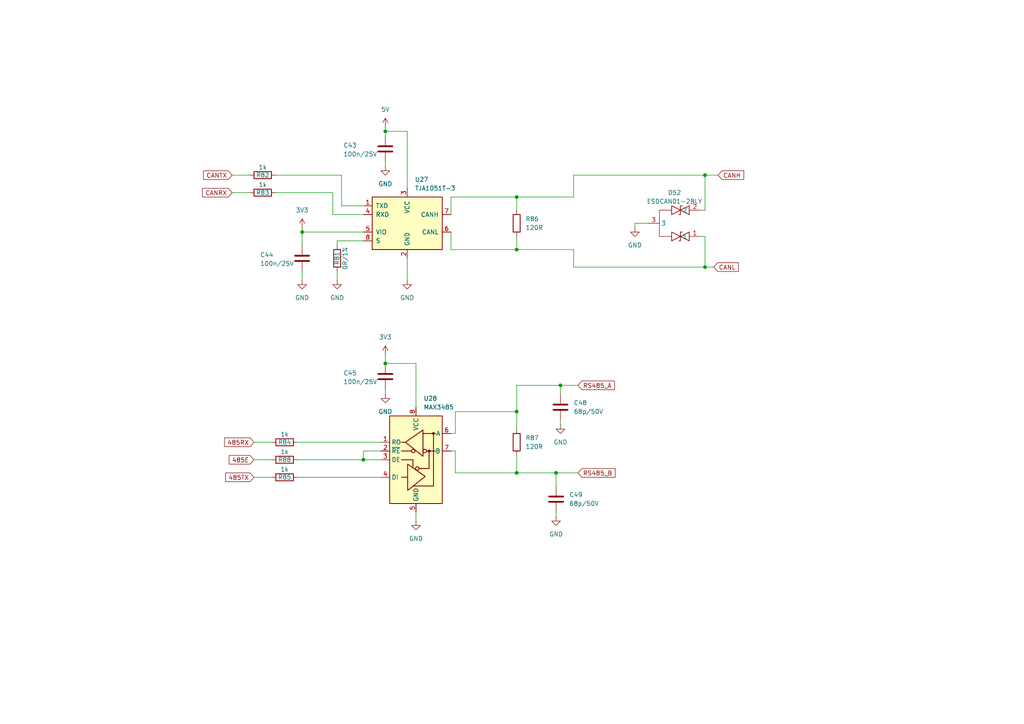
<source format=kicad_sch>
(kicad_sch (version 20250114) (generator "eeschema") (generator_version "9.0")
  (paper "A4")
  (lib_symbols
    (symbol "Device:C" (pin_numbers (hide yes)) (pin_names (offset 0.254))
      (property "Reference" "C" (at 0.635 2.54 0))
      (property "Value" "C" (at 0.635 -2.54 0))
      (symbol "C_0_1"
        (polyline (pts (xy -2.032 0.762) (xy 2.032 0.762)) (stroke (width 0.508)))
        (polyline (pts (xy -2.032 -0.762) (xy 2.032 -0.762)) (stroke (width 0.508)))
      )
      (symbol "C_1_1"
        (pin passive line (at 0 3.81 270) (length 2.794) (name "~") (number "1"))
        (pin passive line (at 0 -3.81 90) (length 2.794) (name "~") (number "2"))
      )
    )
    (symbol "Device:R" (pin_numbers (hide yes)) (pin_names (offset 0))
      (property "Reference" "R" (at 2.032 0 90))
      (property "Value" "R" (at 0 0 90))
      (symbol "R_0_1"
        (rectangle (start -1.016 -2.54) (end 1.016 2.54) (stroke (width 0.254)))
      )
      (symbol "R_1_1"
        (pin passive line (at 0 3.81 270) (length 1.27) (name "~") (number "1"))
        (pin passive line (at 0 -3.81 90) (length 1.27) (name "~") (number "2"))
      )
    )
    (symbol "GasCardLib:ESDCAN01"
      (property "Reference" "D" (at 0 -8.128 0))
      (symbol "ESDCAN01_0_1"
        (polyline (pts (xy -5.08 2.032) (xy -2.54 2.032) (xy -3.81 -0.508) (xy -5.08 2.032)) (stroke (width 0.2032)))
        (polyline (pts (xy -5.08 0) (xy -5.08 -0.508) (xy -2.54 -0.508) (xy -2.54 -1.016)) (stroke (width 0.2032)))
        (polyline (pts (xy -3.81 2.032) (xy -3.81 5.588) (xy 3.81 5.588) (xy 3.81 2.032)))
        (polyline (pts (xy -2.54 -3.048) (xy -3.81 -0.508) (xy -5.08 -3.048) (xy -2.54 -3.048)) (stroke (width 0.2032)))
        (polyline (pts (xy 2.54 2.032) (xy 5.08 2.032) (xy 3.81 -0.508) (xy 2.54 2.032)) (stroke (width 0.2032)))
        (polyline (pts (xy 2.54 0) (xy 2.54 -0.508) (xy 5.08 -0.508) (xy 5.08 -1.016)) (stroke (width 0.2032)))
        (polyline (pts (xy 5.08 -3.048) (xy 3.81 -0.508) (xy 2.54 -3.048) (xy 5.08 -3.048)) (stroke (width 0.2032)))
      )
      (symbol "ESDCAN01_1_1"
        (pin passive line (at -3.81 -6.35 90) (length 3.302) (name "1") (number "1"))
        (pin passive line (at 0 8.89 270) (length 3.302) (name "3") (number "3"))
        (pin passive line (at 3.81 -6.35 90) (length 3.302) (name "2") (number "2"))
      )
    )
    (symbol "Interface_CAN_LIN:TJA1051T-3" (pin_names (offset 1.016))
      (property "Reference" "U" (at -10.16 8.89 0))
      (property "Value" "TJA1051T-3" (at 1.27 8.89 0))
      (symbol "TJA1051T-3_0_1"
        (rectangle (start -10.16 7.62) (end 10.16 -7.62) (stroke (width 0.254)) (fill (type background)))
      )
      (symbol "TJA1051T-3_1_1"
        (pin input line (at -12.7 5.08 0) (length 2.54) (name "TXD") (number "1"))
        (pin output line (at -12.7 2.54 0) (length 2.54) (name "RXD") (number "4"))
        (pin power_in line (at -12.7 -2.54 0) (length 2.54) (name "VIO") (number "5"))
        (pin input line (at -12.7 -5.08 0) (length 2.54) (name "S") (number "8"))
        (pin power_in line (at 0 10.16 270) (length 2.54) (name "VCC") (number "3"))
        (pin power_in line (at 0 -10.16 90) (length 2.54) (name "GND") (number "2"))
        (pin bidirectional line (at 12.7 2.54 180) (length 2.54) (name "CANH") (number "7"))
        (pin bidirectional line (at 12.7 -2.54 180) (length 2.54) (name "CANL") (number "6"))
      )
    )
    (symbol "Interface_UART:MAX3485"
      (property "Reference" "U" (at -6.985 13.97 0))
      (property "Value" "MAX3485" (at 1.905 13.97 0))
      (symbol "MAX3485_0_1"
        (rectangle (start -7.62 12.7) (end 7.62 -12.7) (stroke (width 0.254)) (fill (type background)))
        (polyline (pts (xy -4.191 2.54) (xy -1.27 2.54)) (stroke (width 0.254)))
        (polyline (pts (xy -4.191 0) (xy -0.889 0) (xy -0.889 -2.286)) (stroke (width 0.254)))
        (polyline (pts (xy -3.175 5.08) (xy -4.191 5.08) (xy -4.064 5.08)) (stroke (width 0.254)))
        (polyline (pts (xy -2.54 -5.08) (xy -4.191 -5.08)) (stroke (width 0.254)))
        (polyline (pts (xy -2.413 -5.08) (xy -2.413 -1.27) (xy 2.667 -4.826) (xy -2.413 -8.89) (xy -2.413 -5.08)) (stroke (width 0.254)))
        (polyline (pts (xy -0.635 -7.62) (xy 5.08 -7.62)) (stroke (width 0.254)))
        (circle (center 0.381 -2.54) (radius 0.508) (stroke (width 0.254)))
        (polyline (pts (xy 0.889 -2.54) (xy 3.81 -2.54)) (stroke (width 0.254)))
        (polyline (pts (xy 2.032 7.62) (xy 5.715 7.62)) (stroke (width 0.254)))
        (polyline (pts (xy 3.048 2.54) (xy 5.715 2.54)) (stroke (width 0.254)))
        (circle (center 3.81 2.54) (radius 0.2794) (stroke (width 0.254)) (fill (type outline)))
        (polyline (pts (xy 3.81 -2.54) (xy 3.81 2.54)) (stroke (width 0.254)))
        (polyline (pts (xy 5.08 -7.62) (xy 5.08 7.62)) (stroke (width 0.254)))
      )
      (symbol "MAX3485_1_1"
        (circle (center -0.762 2.54) (radius 0.508) (stroke (width 0.254)))
        (polyline (pts (xy 2.032 4.826) (xy 2.032 8.636) (xy -3.048 5.08) (xy 2.032 1.016) (xy 2.032 4.826)) (stroke (width 0.254)))
        (circle (center 2.54 2.54) (radius 0.508) (stroke (width 0.254)))
        (circle (center 5.08 7.62) (radius 0.2794) (stroke (width 0.254)) (fill (type outline)))
        (pin output line (at -10.16 5.08 0) (length 2.54) (name "RO") (number "1"))
        (pin input line (at -10.16 2.54 0) (length 2.54) (name "~{RE}") (number "2"))
        (pin input line (at -10.16 0 0) (length 2.54) (name "DE") (number "3"))
        (pin input line (at -10.16 -5.08 0) (length 2.54) (name "DI") (number "4"))
        (pin power_in line (at 0 15.24 270) (length 2.54) (name "VCC") (number "8"))
        (pin power_in line (at 0 -15.24 90) (length 2.54) (name "GND") (number "5"))
        (pin bidirectional line (at 10.16 7.62 180) (length 2.54) (name "A") (number "6"))
        (pin bidirectional line (at 10.16 2.54 180) (length 2.54) (name "B") (number "7"))
      )
    )
    (symbol "power:GND" (power) (pin_numbers (hide yes)) (pin_names (offset 0) (hide yes))
      (property "Value" "GND" (at 0 -3.81 0))
      (symbol "GND_0_1"
        (polyline (pts (xy 0 0) (xy 0 -1.27) (xy 1.27 -1.27) (xy 0 -2.54) (xy -1.27 -1.27) (xy 0 -1.27)))
      )
      (symbol "GND_1_1"
        (pin power_in line (at 0 0 270) (length 0) (name "~") (number "1"))
      )
    )
    (symbol "power:VCC" (power) (pin_numbers (hide yes)) (pin_names (offset 0) (hide yes))
      (property "Value" "VCC" (at 0 3.556 0))
      (symbol "VCC_0_1"
        (polyline (pts (xy -0.762 1.27) (xy 0 2.54)))
        (polyline (pts (xy 0 2.54) (xy 0.762 1.27)))
        (polyline (pts (xy 0 0) (xy 0 2.54)))
      )
      (symbol "VCC_1_1"
        (pin power_in line (at 0 0 90) (length 0) (name "~") (number "1"))
      )
    )
  )
  (junction (at 111.76 105.41))
  (junction (at 161.29 137.16))
  (junction (at 162.56 111.76))
  (junction (at 149.86 57.15))
  (junction (at 204.47 77.47))
  (junction (at 149.86 137.16))
  (junction (at 149.86 119.38))
  (junction (at 149.86 72.39))
  (junction (at 105.41 133.35))
  (junction (at 111.76 38.1))
  (junction (at 204.47 50.8))
  (junction (at 87.63 67.31))
  (wire (pts (xy 111.76 38.1) (xy 111.76 39.37)))
  (wire (pts (xy 67.31 50.8) (xy 72.39 50.8)))
  (wire (pts (xy 149.86 111.76) (xy 162.56 111.76)))
  (wire (pts (xy 105.41 62.23) (xy 96.52 62.23)))
  (wire (pts (xy 161.29 137.16) (xy 161.29 140.97)))
  (wire (pts (xy 86.36 133.35) (xy 105.41 133.35)))
  (wire (pts (xy 86.36 138.43) (xy 110.49 138.43)))
  (wire (pts (xy 204.47 77.47) (xy 207.01 77.47)))
  (wire (pts (xy 87.63 67.31) (xy 105.41 67.31)))
  (wire (pts (xy 166.37 50.8) (xy 204.47 50.8)))
  (wire (pts (xy 96.52 62.23) (xy 96.52 55.88)))
  (wire (pts (xy 86.36 128.27) (xy 110.49 128.27)))
  (wire (pts (xy 162.56 111.76) (xy 167.64 111.76)))
  (wire (pts (xy 166.37 57.15) (xy 149.86 57.15)))
  (wire (pts (xy 96.52 55.88) (xy 80.01 55.88)))
  (wire (pts (xy 149.86 57.15) (xy 149.86 60.96)))
  (wire (pts (xy 161.29 148.59) (xy 161.29 149.86)))
  (wire (pts (xy 97.79 78.74) (xy 97.79 81.28)))
  (wire (pts (xy 111.76 36.83) (xy 111.76 38.1)))
  (wire (pts (xy 184.15 64.77) (xy 184.15 66.04)))
  (wire (pts (xy 149.86 137.16) (xy 161.29 137.16)))
  (wire (pts (xy 87.63 67.31) (xy 87.63 71.12)))
  (wire (pts (xy 130.81 130.81) (xy 132.08 130.81)))
  (wire (pts (xy 166.37 77.47) (xy 166.37 72.39)))
  (wire (pts (xy 149.86 111.76) (xy 149.86 119.38)))
  (wire (pts (xy 120.65 148.59) (xy 120.65 151.13)))
  (wire (pts (xy 204.47 68.58) (xy 204.47 77.47)))
  (wire (pts (xy 105.41 130.81) (xy 105.41 133.35)))
  (wire (pts (xy 204.47 60.96) (xy 204.47 50.8)))
  (wire (pts (xy 111.76 46.99) (xy 111.76 48.26)))
  (wire (pts (xy 111.76 102.87) (xy 111.76 105.41)))
  (wire (pts (xy 99.06 50.8) (xy 80.01 50.8)))
  (wire (pts (xy 161.29 137.16) (xy 167.64 137.16)))
  (wire (pts (xy 149.86 137.16) (xy 149.86 132.08)))
  (wire (pts (xy 87.63 66.04) (xy 87.63 67.31)))
  (wire (pts (xy 110.49 130.81) (xy 105.41 130.81)))
  (wire (pts (xy 132.08 137.16) (xy 149.86 137.16)))
  (wire (pts (xy 130.81 57.15) (xy 149.86 57.15)))
  (wire (pts (xy 166.37 72.39) (xy 149.86 72.39)))
  (wire (pts (xy 166.37 50.8) (xy 166.37 57.15)))
  (wire (pts (xy 132.08 130.81) (xy 132.08 137.16)))
  (wire (pts (xy 105.41 133.35) (xy 110.49 133.35)))
  (wire (pts (xy 105.41 69.85) (xy 97.79 69.85)))
  (wire (pts (xy 118.11 38.1) (xy 111.76 38.1)))
  (wire (pts (xy 118.11 54.61) (xy 118.11 38.1)))
  (wire (pts (xy 130.81 67.31) (xy 130.81 72.39)))
  (wire (pts (xy 204.47 50.8) (xy 208.28 50.8)))
  (wire (pts (xy 73.66 128.27) (xy 78.74 128.27)))
  (wire (pts (xy 97.79 69.85) (xy 97.79 71.12)))
  (wire (pts (xy 118.11 74.93) (xy 118.11 81.28)))
  (wire (pts (xy 73.66 133.35) (xy 78.74 133.35)))
  (wire (pts (xy 99.06 59.69) (xy 99.06 50.8)))
  (wire (pts (xy 130.81 72.39) (xy 149.86 72.39)))
  (wire (pts (xy 162.56 121.92) (xy 162.56 123.19)))
  (wire (pts (xy 166.37 77.47) (xy 204.47 77.47)))
  (wire (pts (xy 149.86 68.58) (xy 149.86 72.39)))
  (wire (pts (xy 130.81 125.73) (xy 132.08 125.73)))
  (wire (pts (xy 203.2 68.58) (xy 204.47 68.58)))
  (wire (pts (xy 132.08 125.73) (xy 132.08 119.38)))
  (wire (pts (xy 111.76 113.03) (xy 111.76 114.3)))
  (wire (pts (xy 162.56 111.76) (xy 162.56 114.3)))
  (wire (pts (xy 203.2 60.96) (xy 204.47 60.96)))
  (wire (pts (xy 111.76 105.41) (xy 120.65 105.41)))
  (wire (pts (xy 120.65 105.41) (xy 120.65 118.11)))
  (wire (pts (xy 130.81 57.15) (xy 130.81 62.23)))
  (wire (pts (xy 73.66 138.43) (xy 78.74 138.43)))
  (wire (pts (xy 187.96 64.77) (xy 184.15 64.77)))
  (wire (pts (xy 149.86 119.38) (xy 149.86 124.46)))
  (wire (pts (xy 67.31 55.88) (xy 72.39 55.88)))
  (wire (pts (xy 87.63 78.74) (xy 87.63 81.28)))
  (wire (pts (xy 105.41 59.69) (xy 99.06 59.69)))
  (wire (pts (xy 132.08 119.38) (xy 149.86 119.38)))
  (global_label "CANL" (shape input) (at 207.01 77.47 0) (property "Intersheetrefs" "${INTERSHEET_REFS}" (effects (hide yes))))
  (global_label "CANH" (shape input) (at 208.28 50.8 0) (property "Intersheetrefs" "${INTERSHEET_REFS}" (effects (hide yes))))
  (global_label "485RX" (shape input) (at 73.66 128.27 180) (property "Intersheetrefs" "${INTERSHEET_REFS}" (effects (hide yes))))
  (global_label "CANTX" (shape input) (at 67.31 50.8 180) (property "Intersheetrefs" "${INTERSHEET_REFS}" (effects (hide yes))))
  (global_label "485TX" (shape input) (at 73.66 138.43 180) (property "Intersheetrefs" "${INTERSHEET_REFS}" (effects (hide yes))))
  (global_label "RS485_B" (shape input) (at 167.64 137.16 0) (property "Intersheetrefs" "${INTERSHEET_REFS}" (effects (hide yes))))
  (global_label "485E" (shape input) (at 73.66 133.35 180) (property "Intersheetrefs" "${INTERSHEET_REFS}" (effects (hide yes))))
  (global_label "RS485_A" (shape input) (at 167.64 111.76 0) (property "Intersheetrefs" "${INTERSHEET_REFS}" (effects (hide yes))))
  (global_label "CANRX" (shape input) (at 67.31 55.88 180) (property "Intersheetrefs" "${INTERSHEET_REFS}" (effects (hide yes))))
  (symbol (lib_id "Device:R") (at 76.2 55.88 270) (unit 1)
    (property "Reference" "R83" (at 76.2 55.88 90))
    (property "Value" "1k" (at 76.2 53.594 90))
    (property "Footprint" "Resistor_SMD:R_1206_3216Metric" (effects (hide yes)))
    (property "Description" "Resistor" (effects (hide yes)))
    (property "JLC_PN" "C1469" (effects (hide yes)))
  )
  (symbol (lib_id "Device:R") (at 149.86 128.27 0) (unit 1)
    (property "Reference" "R87" (at 152.4 126.9999 0) (effects (justify left)))
    (property "Value" "120R" (at 152.4 129.5399 0) (effects (justify left)))
    (property "Footprint" "Resistor_SMD:R_1210_3225Metric" (effects (hide yes)))
    (property "Description" "Resistor" (effects (hide yes)))
    (property "JLC_PN" "C137105 " (effects (hide yes)))
  )
  (symbol (lib_id "Device:C") (at 162.56 118.11 0) (unit 1)
    (property "Reference" "C48" (at 166.37 116.8399 0) (effects (justify left)))
    (property "Value" "68p/50V" (at 166.37 119.3799 0) (effects (justify left)))
    (property "Footprint" "Capacitor_SMD:C_0402_1005Metric" (effects (hide yes)))
    (property "Description" "Unpolarized capacitor" (effects (hide yes)))
    (property "JLC_PN" "C77014" (effects (hide yes)))
  )
  (symbol (lib_id "power:GND") (at 111.76 114.3 0) (unit 1)
    (property "Reference" "#PWR0163" (effects (hide yes)))
    (property "Value" "GND" (at 111.76 119.38 0))
    (property "Description" "Power symbol creates a global label with name \"GND\" , ground" (effects (hide yes)))
  )
  (symbol (lib_id "power:VCC") (at 111.76 36.83 0) (unit 1)
    (property "Reference" "#PWR0159" (effects (hide yes)))
    (property "Value" "5V" (at 111.76 31.75 0))
    (property "Description" "Power symbol creates a global label with name \"VCC\"" (effects (hide yes)))
  )
  (symbol (lib_id "power:GND") (at 184.15 66.04 0) (unit 1)
    (property "Reference" "#PWR0165" (effects (hide yes)))
    (property "Value" "GND" (at 184.15 71.12 0))
    (property "Description" "Power symbol creates a global label with name \"GND\" , ground" (effects (hide yes)))
  )
  (symbol (lib_id "Device:R") (at 97.79 74.93 180) (unit 1)
    (property "Reference" "R81" (at 97.79 74.93 90))
    (property "Value" "0R/1%" (at 100.076 74.93 90))
    (property "Footprint" "Resistor_SMD:R_0603_1608Metric" (effects (hide yes)))
    (property "Description" "Resistor" (effects (hide yes)))
    (property "JLC_PN" "C21189" (effects (hide yes)))
  )
  (symbol (lib_id "Device:C") (at 161.29 144.78 0) (unit 1)
    (property "Reference" "C49" (at 165.1 143.5099 0) (effects (justify left)))
    (property "Value" "68p/50V" (at 165.1 146.0499 0) (effects (justify left)))
    (property "Footprint" "Capacitor_SMD:C_0402_1005Metric" (effects (hide yes)))
    (property "Description" "Unpolarized capacitor" (effects (hide yes)))
    (property "JLC_PN" "C77014" (effects (hide yes)))
  )
  (symbol (lib_id "Device:C") (at 111.76 43.18 0) (unit 1)
    (property "Reference" "C43" (at 99.568 42.164 0) (effects (justify left)))
    (property "Value" "100n/25V" (at 99.568 44.704 0) (effects (justify left)))
    (property "Footprint" "Capacitor_SMD:C_0402_1005Metric" (effects (hide yes)))
    (property "Description" "Unpolarized capacitor" (effects (hide yes)))
    (property "JLC_PN" "C77014" (effects (hide yes)))
  )
  (symbol (lib_id "power:GND") (at 162.56 123.19 0) (unit 1)
    (property "Reference" "#PWR0167" (effects (hide yes)))
    (property "Value" "GND" (at 162.56 128.27 0))
    (property "Description" "Power symbol creates a global label with name \"GND\" , ground" (effects (hide yes)))
  )
  (symbol (lib_id "Interface_UART:MAX3485") (at 120.65 133.35 0) (unit 1)
    (property "Reference" "U28" (at 122.8441 115.57 0) (effects (justify left)))
    (property "Value" "MAX3485" (at 122.8441 118.11 0) (effects (justify left)))
    (property "Footprint" "Package_SO:SOIC-8_3.9x4.9mm_P1.27mm" (effects (hide yes)))
    (property "Datasheet" "https://datasheets.maximintegrated.com/en/ds/MAX3483-MAX3491.pdf" (effects (hide yes)))
    (property "Description" "True RS-485/RS-422, 10Mbps, Slew-Rate Limited, with low-power shutdown, with receiver/driver enable, 32 receiver drive capacitity, DIP-8 and SOIC-8" (effects (hide yes)))
    (property "JLC_PN" "C558792" (effects (hide yes)))
  )
  (symbol (lib_id "Device:R") (at 82.55 138.43 270) (unit 1)
    (property "Reference" "R85" (at 82.55 138.43 90))
    (property "Value" "1k" (at 82.55 136.144 90))
    (property "Footprint" "Resistor_SMD:R_0603_1608Metric" (effects (hide yes)))
    (property "Description" "Resistor" (effects (hide yes)))
    (property "JLC_PN" "C23162" (effects (hide yes)))
  )
  (symbol (lib_id "power:GND") (at 161.29 149.86 0) (unit 1)
    (property "Reference" "#PWR0168" (effects (hide yes)))
    (property "Value" "GND" (at 161.29 154.94 0))
    (property "Description" "Power symbol creates a global label with name \"GND\" , ground" (effects (hide yes)))
  )
  (symbol (lib_id "Device:R") (at 76.2 50.8 270) (unit 1)
    (property "Reference" "R82" (at 76.2 50.8 90))
    (property "Value" "1k" (at 76.2 48.514 90))
    (property "Footprint" "Resistor_SMD:R_1206_3216Metric" (effects (hide yes)))
    (property "Description" "Resistor" (effects (hide yes)))
    (property "JLC_PN" "C1469" (effects (hide yes)))
  )
  (symbol (lib_id "Device:R") (at 82.55 128.27 270) (unit 1)
    (property "Reference" "R84" (at 82.55 128.27 90))
    (property "Value" "1k" (at 82.55 125.984 90))
    (property "Footprint" "Resistor_SMD:R_0603_1608Metric" (effects (hide yes)))
    (property "Description" "Resistor" (effects (hide yes)))
    (property "JLC_PN" "C23162" (effects (hide yes)))
  )
  (symbol (lib_id "power:VCC") (at 111.76 102.87 0) (unit 1)
    (property "Reference" "#PWR0162" (effects (hide yes)))
    (property "Value" "3V3" (at 111.76 97.79 0))
    (property "Description" "Power symbol creates a global label with name \"VCC\"" (effects (hide yes)))
  )
  (symbol (lib_id "power:GND") (at 97.79 81.28 0) (unit 1)
    (property "Reference" "#PWR0156" (effects (hide yes)))
    (property "Value" "GND" (at 97.79 86.36 0))
    (property "Description" "Power symbol creates a global label with name \"GND\" , ground" (effects (hide yes)))
  )
  (symbol (lib_id "Device:C") (at 87.63 74.93 0) (unit 1)
    (property "Reference" "C44" (at 75.438 73.914 0) (effects (justify left)))
    (property "Value" "100n/25V" (at 75.438 76.454 0) (effects (justify left)))
    (property "Footprint" "Capacitor_SMD:C_0402_1005Metric" (effects (hide yes)))
    (property "Description" "Unpolarized capacitor" (effects (hide yes)))
    (property "JLC_PN" "C77014" (effects (hide yes)))
  )
  (symbol (lib_id "power:VCC") (at 87.63 66.04 0) (unit 1)
    (property "Reference" "#PWR0161" (effects (hide yes)))
    (property "Value" "3V3" (at 87.63 60.96 0))
    (property "Description" "Power symbol creates a global label with name \"VCC\"" (effects (hide yes)))
  )
  (symbol (lib_id "power:GND") (at 111.76 48.26 0) (unit 1)
    (property "Reference" "#PWR0158" (effects (hide yes)))
    (property "Value" "GND" (at 111.76 53.34 0))
    (property "Description" "Power symbol creates a global label with name \"GND\" , ground" (effects (hide yes)))
  )
  (symbol (lib_id "GasCardLib:ESDCAN01") (at 196.85 64.77 90) (unit 1)
    (property "Reference" "D52" (at 195.6308 55.88 90))
    (property "Value" "ESDCAN01-2BLY" (at 195.6308 58.42 90))
    (property "Footprint" "Package_TO_SOT_SMD:SOT-23-3" (effects (hide yes)))
    (property "Field5" "JLC_PN" (effects (hide yes)))
  )
  (symbol (lib_id "power:GND") (at 120.65 151.13 0) (unit 1)
    (property "Reference" "#PWR0164" (effects (hide yes)))
    (property "Value" "GND" (at 120.65 156.21 0))
    (property "Description" "Power symbol creates a global label with name \"GND\" , ground" (effects (hide yes)))
  )
  (symbol (lib_id "Device:R") (at 82.55 133.35 270) (unit 1)
    (property "Reference" "R88" (at 82.55 133.35 90))
    (property "Value" "1k" (at 82.55 131.064 90))
    (property "Footprint" "Resistor_SMD:R_0603_1608Metric" (effects (hide yes)))
    (property "Description" "Resistor" (effects (hide yes)))
    (property "JLC_PN" "C23162" (effects (hide yes)))
  )
  (symbol (lib_id "Device:C") (at 111.76 109.22 0) (unit 1)
    (property "Reference" "C45" (at 99.568 108.204 0) (effects (justify left)))
    (property "Value" "100n/25V" (at 99.568 110.744 0) (effects (justify left)))
    (property "Footprint" "Capacitor_SMD:C_0402_1005Metric" (effects (hide yes)))
    (property "Description" "Unpolarized capacitor" (effects (hide yes)))
    (property "JLC_PN" "C77014" (effects (hide yes)))
  )
  (symbol (lib_id "power:GND") (at 118.11 81.28 0) (unit 1)
    (property "Reference" "#PWR0157" (effects (hide yes)))
    (property "Value" "GND" (at 118.11 86.36 0))
    (property "Description" "Power symbol creates a global label with name \"GND\" , ground" (effects (hide yes)))
  )
  (symbol (lib_id "power:GND") (at 87.63 81.28 0) (unit 1)
    (property "Reference" "#PWR0160" (effects (hide yes)))
    (property "Value" "GND" (at 87.63 86.36 0))
    (property "Description" "Power symbol creates a global label with name \"GND\" , ground" (effects (hide yes)))
  )
  (symbol (lib_id "Device:R") (at 149.86 64.77 0) (unit 1)
    (property "Reference" "R86" (at 152.4 63.4999 0) (effects (justify left)))
    (property "Value" "120R" (at 152.4 66.0399 0) (effects (justify left)))
    (property "Footprint" "Resistor_SMD:R_1210_3225Metric" (effects (hide yes)))
    (property "Description" "Resistor" (effects (hide yes)))
    (property "JLC_PN" "C137105 " (effects (hide yes)))
  )
  (symbol (lib_id "Interface_CAN_LIN:TJA1051T-3") (at 118.11 64.77 0) (unit 1)
    (property "Reference" "U27" (at 120.3041 52.07 0) (effects (justify left)))
    (property "Value" "TJA1051T-3" (at 120.3041 54.61 0) (effects (justify left)))
    (property "Footprint" "Package_SO:SOIC-8_3.9x4.9mm_P1.27mm" (effects (hide yes)))
    (property "Datasheet" "http://www.nxp.com/docs/en/data-sheet/TJA1051.pdf" (effects (hide yes)))
    (property "Description" "High-Speed CAN Transceiver, separate VIO, silent mode, SOIC-8" (effects (hide yes)))
    (property "JLC_PN" "C5342108" (effects (hide yes)))
  )
)
</source>
